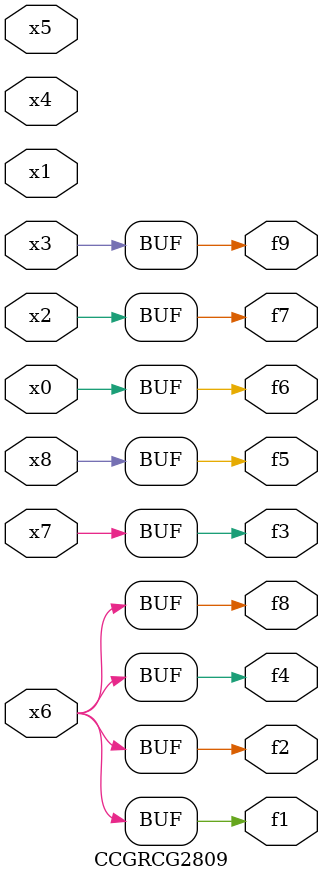
<source format=v>
module CCGRCG2809(
	input x0, x1, x2, x3, x4, x5, x6, x7, x8,
	output f1, f2, f3, f4, f5, f6, f7, f8, f9
);
	assign f1 = x6;
	assign f2 = x6;
	assign f3 = x7;
	assign f4 = x6;
	assign f5 = x8;
	assign f6 = x0;
	assign f7 = x2;
	assign f8 = x6;
	assign f9 = x3;
endmodule

</source>
